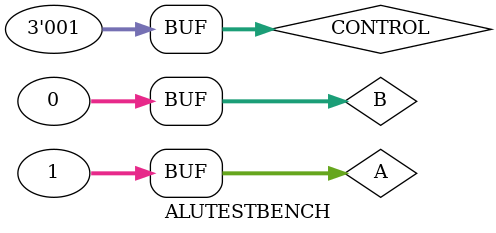
<source format=v>
module ALUUNIT (OPERANDA , OPERANDB , OP , ALUOUTPUT);
input [31:0] OPERANDA , OPERANDB ;
input [2:0] OP ;
output reg [31:0] ALUOUTPUT;
always @(*) begin
case (OP)
3'b000 : ALUOUTPUT = OPERANDA & OPERANDB ;
3'b001 : ALUOUTPUT = OPERANDA | OPERANDB ;
3'b010 : ALUOUTPUT = OPERANDA + OPERANDB ;
3'b100 : ALUOUTPUT = OPERANDA & (~OPERANDB) ;
3'b101 : ALUOUTPUT = OPERANDA | (~OPERANDB) ;
3'b110 : ALUOUTPUT = OPERANDA - OPERANDB ;
3'b111 : ALUOUTPUT = OPERANDA < OPERANDB ;
default : ALUOUTPUT = 0 ;
endcase 
end
endmodule

module ALUTESTBENCH ;
 reg [31:0] A ;
 reg [31:0] B ;
 reg [2:0] CONTROL ;
 wire [31:0] ALUOUT ;
initial
begin
$monitor("stime=%g,A=%B,B=%B,S=%B,CONTROL=%B",$time,A,B,CONTROL,ALUOUT);
end
ALUUNIT UUT (.OPERANDA(A), .OPERANDB(B), .OP(CONTROL), .ALUOUTPUT(ALUOUT));

initial
begin
CONTROL = 3'b001;
A = 1;
B =0;
end
endmodule 

</source>
